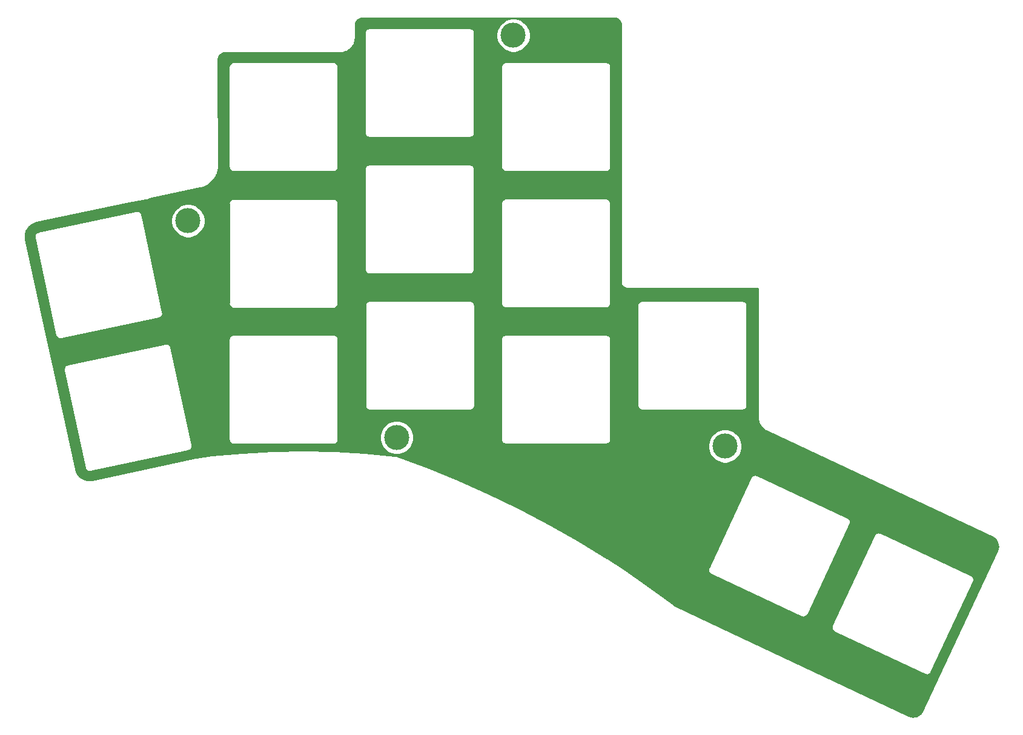
<source format=gtl>
G04 #@! TF.GenerationSoftware,KiCad,Pcbnew,(5.1.5-0-10_14)*
G04 #@! TF.CreationDate,2019-12-09T00:37:27+09:00*
G04 #@! TF.ProjectId,craftwalk-pcb_top,63726166-7477-4616-9c6b-2d7063625f74,rev?*
G04 #@! TF.SameCoordinates,Original*
G04 #@! TF.FileFunction,Copper,L1,Top*
G04 #@! TF.FilePolarity,Positive*
%FSLAX46Y46*%
G04 Gerber Fmt 4.6, Leading zero omitted, Abs format (unit mm)*
G04 Created by KiCad (PCBNEW (5.1.5-0-10_14)) date 2019-12-09 00:37:27*
%MOMM*%
%LPD*%
G04 APERTURE LIST*
%ADD10C,3.500000*%
%ADD11C,0.254000*%
G04 APERTURE END LIST*
D10*
X151282400Y-108402120D03*
X105371900Y-107195620D03*
X121691400Y-50998120D03*
X76225400Y-76906120D03*
D11*
G36*
X136034443Y-48635719D02*
G01*
X136193574Y-48689610D01*
X136339200Y-48773379D01*
X136465786Y-48883842D01*
X136568504Y-49016788D01*
X136643445Y-49167158D01*
X136688908Y-49333447D01*
X136703200Y-49502041D01*
X136703201Y-85382691D01*
X136703200Y-85382701D01*
X136703200Y-85438413D01*
X136700330Y-85460471D01*
X136703200Y-85503256D01*
X136703200Y-85513578D01*
X136705371Y-85535620D01*
X136706851Y-85557685D01*
X136708545Y-85567852D01*
X136712750Y-85610542D01*
X136714997Y-85617948D01*
X136716301Y-85633081D01*
X136732663Y-85689485D01*
X136747951Y-85746195D01*
X136759639Y-85769806D01*
X136762044Y-85779815D01*
X136782132Y-85823372D01*
X136787846Y-85837657D01*
X136795702Y-85852795D01*
X136816491Y-85897873D01*
X136825592Y-85910396D01*
X136832724Y-85924139D01*
X136863741Y-85962886D01*
X136873772Y-85976689D01*
X136884003Y-85988199D01*
X136913970Y-86025635D01*
X136926243Y-86035960D01*
X136937921Y-86048857D01*
X136957488Y-86070870D01*
X136959730Y-86072942D01*
X136983642Y-86099349D01*
X137007353Y-86116951D01*
X137029045Y-86136997D01*
X137059428Y-86155609D01*
X137061874Y-86157425D01*
X137087093Y-86172557D01*
X137113565Y-86188773D01*
X137136160Y-86205712D01*
X137166938Y-86220464D01*
X137168272Y-86221264D01*
X137196237Y-86234506D01*
X137224023Y-86247824D01*
X137225479Y-86248353D01*
X137256331Y-86262963D01*
X137286423Y-86270515D01*
X137288296Y-86271196D01*
X137296455Y-86274839D01*
X137318759Y-86282274D01*
X137340837Y-86290302D01*
X137349488Y-86292516D01*
X137372666Y-86300242D01*
X137417991Y-86317890D01*
X137466196Y-86326410D01*
X137513933Y-86337265D01*
X137562550Y-86338589D01*
X137605214Y-86341870D01*
X137630318Y-86344350D01*
X137637473Y-86344352D01*
X137644623Y-86344902D01*
X137669898Y-86344361D01*
X155824381Y-86349415D01*
X155829410Y-104370723D01*
X155831505Y-104391936D01*
X155843602Y-104578118D01*
X155851538Y-104626486D01*
X155857203Y-104675193D01*
X155859219Y-104684185D01*
X155926303Y-104973954D01*
X155945420Y-105030643D01*
X155963739Y-105087582D01*
X155967463Y-105096011D01*
X156089553Y-105367232D01*
X156119303Y-105419105D01*
X156148346Y-105471424D01*
X156153636Y-105478969D01*
X156326081Y-105721309D01*
X156365343Y-105766418D01*
X156403991Y-105812097D01*
X156410647Y-105818471D01*
X156626878Y-106022701D01*
X156674162Y-106059332D01*
X156720940Y-106096628D01*
X156728707Y-106101588D01*
X156932619Y-106229825D01*
X156938896Y-106235469D01*
X157022665Y-106285228D01*
X188598106Y-121066516D01*
X188839627Y-121207213D01*
X189048136Y-121391185D01*
X189216945Y-121612160D01*
X189339612Y-121861702D01*
X189411477Y-122130331D01*
X189429796Y-122407794D01*
X189393874Y-122683529D01*
X189295889Y-122974302D01*
X189291860Y-122982999D01*
X178890472Y-145307933D01*
X178732063Y-145581820D01*
X178546904Y-145792998D01*
X178324255Y-145964188D01*
X178072591Y-146088875D01*
X177801512Y-146162303D01*
X177521324Y-146181679D01*
X177242709Y-146146265D01*
X176948519Y-146048150D01*
X150833389Y-133739940D01*
X166143077Y-133739940D01*
X166150164Y-133869753D01*
X166182441Y-133995692D01*
X166238667Y-134112914D01*
X166316682Y-134216913D01*
X166413486Y-134303695D01*
X166497329Y-134353329D01*
X166497333Y-134353331D01*
X166525361Y-134369923D01*
X166556088Y-134380729D01*
X179185648Y-140269990D01*
X179213670Y-140286578D01*
X179244390Y-140297381D01*
X179244400Y-140297386D01*
X179336316Y-140329709D01*
X179465019Y-140348083D01*
X179465020Y-140348083D01*
X179529926Y-140344540D01*
X179594834Y-140340996D01*
X179720772Y-140308719D01*
X179837994Y-140252493D01*
X179941993Y-140174479D01*
X180028775Y-140077674D01*
X180095004Y-139965799D01*
X180105812Y-139935065D01*
X185995067Y-127305518D01*
X186011659Y-127277490D01*
X186034595Y-127212270D01*
X186054789Y-127154844D01*
X186073163Y-127026141D01*
X186070344Y-126974495D01*
X186066076Y-126896326D01*
X186033799Y-126770387D01*
X185977573Y-126653166D01*
X185899559Y-126549166D01*
X185802755Y-126462384D01*
X185718911Y-126412750D01*
X185718905Y-126412747D01*
X185690879Y-126396156D01*
X185660154Y-126385351D01*
X173030602Y-120496095D01*
X173002570Y-120479501D01*
X172879924Y-120436371D01*
X172751220Y-120417997D01*
X172621406Y-120425084D01*
X172495467Y-120457361D01*
X172378246Y-120513587D01*
X172274246Y-120591601D01*
X172187464Y-120688405D01*
X172137830Y-120772249D01*
X172137825Y-120772260D01*
X172121237Y-120800281D01*
X172110434Y-120830999D01*
X166221173Y-133460564D01*
X166204582Y-133488590D01*
X166193777Y-133519314D01*
X166193774Y-133519321D01*
X166161451Y-133611236D01*
X166143077Y-133739940D01*
X150833389Y-133739940D01*
X144598558Y-130801429D01*
X144297439Y-130634318D01*
X144203635Y-130564054D01*
X144203497Y-130563970D01*
X144202373Y-130563111D01*
X142567472Y-129344575D01*
X142566694Y-129344015D01*
X142554761Y-129335334D01*
X138739896Y-126630863D01*
X138737510Y-126629230D01*
X138735183Y-126627553D01*
X138721835Y-126618504D01*
X137304988Y-125683060D01*
X148881237Y-125683060D01*
X148888324Y-125812873D01*
X148920601Y-125938812D01*
X148976827Y-126056034D01*
X149054842Y-126160033D01*
X149151646Y-126246815D01*
X149235489Y-126296449D01*
X149235493Y-126296451D01*
X149263521Y-126313043D01*
X149294248Y-126323849D01*
X161923808Y-132213110D01*
X161951830Y-132229698D01*
X161982550Y-132240501D01*
X161982560Y-132240506D01*
X162074476Y-132272829D01*
X162203179Y-132291203D01*
X162203180Y-132291203D01*
X162268087Y-132287659D01*
X162332994Y-132284116D01*
X162458932Y-132251839D01*
X162576154Y-132195613D01*
X162680153Y-132117599D01*
X162766935Y-132020794D01*
X162833164Y-131908919D01*
X162843972Y-131878185D01*
X168733227Y-119248638D01*
X168749819Y-119220610D01*
X168761915Y-119186215D01*
X168792949Y-119097964D01*
X168811323Y-118969261D01*
X168804236Y-118839446D01*
X168771959Y-118713508D01*
X168715733Y-118596286D01*
X168679647Y-118548180D01*
X168637719Y-118492286D01*
X168540915Y-118405504D01*
X168457071Y-118355870D01*
X168457065Y-118355867D01*
X168429039Y-118339276D01*
X168398314Y-118328471D01*
X155768762Y-112439215D01*
X155740730Y-112422621D01*
X155654594Y-112392330D01*
X155618084Y-112379491D01*
X155489380Y-112361117D01*
X155359566Y-112368204D01*
X155233627Y-112400481D01*
X155116406Y-112456707D01*
X155012406Y-112534721D01*
X154925624Y-112631525D01*
X154875990Y-112715369D01*
X154875985Y-112715380D01*
X154859397Y-112743401D01*
X154848594Y-112774119D01*
X148959333Y-125403684D01*
X148942742Y-125431710D01*
X148931937Y-125462434D01*
X148931934Y-125462441D01*
X148899611Y-125554356D01*
X148881237Y-125683060D01*
X137304988Y-125683060D01*
X134819401Y-124042003D01*
X134816977Y-124040460D01*
X134814580Y-124038850D01*
X134800940Y-124030249D01*
X130815225Y-121584550D01*
X130812756Y-121583091D01*
X130810303Y-121581559D01*
X130796385Y-121573415D01*
X126731776Y-119261207D01*
X126729249Y-119259825D01*
X126726757Y-119258381D01*
X126712576Y-119250702D01*
X122573539Y-117074529D01*
X122570977Y-117073236D01*
X122568430Y-117071871D01*
X122554002Y-117064667D01*
X118345089Y-115026921D01*
X118342469Y-115025706D01*
X118339894Y-115024434D01*
X118325235Y-115017712D01*
X114051075Y-113120633D01*
X114048450Y-113119520D01*
X114045801Y-113118319D01*
X114030927Y-113112087D01*
X109696218Y-111357762D01*
X109693512Y-111356719D01*
X109690869Y-111355625D01*
X109675798Y-111349889D01*
X105285308Y-109740246D01*
X105279788Y-109738326D01*
X105274864Y-109736517D01*
X105270007Y-109734923D01*
X105264638Y-109733055D01*
X105258437Y-109731125D01*
X105252976Y-109729333D01*
X105248578Y-109728058D01*
X105243740Y-109726552D01*
X105236855Y-109724658D01*
X105230850Y-109722916D01*
X105226908Y-109721920D01*
X105222639Y-109720746D01*
X105215072Y-109718932D01*
X105208514Y-109717276D01*
X105205037Y-109716526D01*
X105201357Y-109715644D01*
X105193024Y-109713936D01*
X105185995Y-109712420D01*
X105183069Y-109711895D01*
X105179918Y-109711249D01*
X105170737Y-109709682D01*
X105163319Y-109708351D01*
X105160916Y-109708006D01*
X105158344Y-109707567D01*
X105148237Y-109706185D01*
X105140517Y-109705077D01*
X105138653Y-109704875D01*
X105136660Y-109704603D01*
X105125440Y-109703447D01*
X105117613Y-109702600D01*
X100914386Y-109322203D01*
X100900885Y-109321219D01*
X100891500Y-109320533D01*
X96644091Y-109084618D01*
X96644088Y-109084618D01*
X96621067Y-109083742D01*
X92368008Y-108996202D01*
X92344971Y-108996130D01*
X92344969Y-108996130D01*
X88091448Y-109057074D01*
X88068422Y-109057806D01*
X83819617Y-109267159D01*
X83796631Y-109268694D01*
X79563297Y-109625730D01*
X79536600Y-109627523D01*
X77339048Y-109993998D01*
X77324579Y-109995612D01*
X77307080Y-109999329D01*
X77289449Y-110002269D01*
X77275402Y-110006057D01*
X62788703Y-113082998D01*
X62386096Y-113123254D01*
X62011713Y-113087270D01*
X61651444Y-112979251D01*
X61319018Y-112803315D01*
X61027098Y-112566162D01*
X60786802Y-112276825D01*
X60607279Y-111946322D01*
X60485575Y-111555813D01*
X57455804Y-97618869D01*
X58831889Y-97618869D01*
X58846325Y-97748074D01*
X58856188Y-97779120D01*
X61753473Y-111409780D01*
X61757089Y-111442140D01*
X61766948Y-111473171D01*
X61766951Y-111473187D01*
X61796453Y-111566047D01*
X61859234Y-111679891D01*
X61943019Y-111779301D01*
X62044588Y-111860455D01*
X62160038Y-111920235D01*
X62284931Y-111956342D01*
X62414469Y-111967391D01*
X62543674Y-111952955D01*
X62574722Y-111943091D01*
X76205380Y-109045807D01*
X76237740Y-109042191D01*
X76268774Y-109032332D01*
X76268787Y-109032329D01*
X76361647Y-109002827D01*
X76475491Y-108940046D01*
X76574901Y-108856261D01*
X76656055Y-108754692D01*
X76715835Y-108639242D01*
X76751942Y-108514349D01*
X76762991Y-108384811D01*
X76748555Y-108255606D01*
X76738691Y-108224558D01*
X73841408Y-94593910D01*
X73837791Y-94561540D01*
X73798427Y-94437634D01*
X73735645Y-94323789D01*
X73651861Y-94224379D01*
X73550291Y-94143225D01*
X73434842Y-94083445D01*
X73309948Y-94047338D01*
X73180411Y-94036289D01*
X73180410Y-94036289D01*
X73135340Y-94041325D01*
X73051206Y-94050725D01*
X73020160Y-94060588D01*
X59389510Y-96957872D01*
X59357140Y-96961489D01*
X59326099Y-96971351D01*
X59326093Y-96971352D01*
X59233234Y-97000854D01*
X59119389Y-97063635D01*
X59019979Y-97147420D01*
X58938825Y-97248989D01*
X58879045Y-97364439D01*
X58842938Y-97489332D01*
X58831889Y-97618869D01*
X57455804Y-97618869D01*
X56552102Y-93461840D01*
X81891887Y-93461840D01*
X81895081Y-93494269D01*
X81895080Y-107429421D01*
X81891887Y-107461840D01*
X81904630Y-107591223D01*
X81942370Y-107715633D01*
X82003655Y-107830290D01*
X82009401Y-107837291D01*
X82086132Y-107930788D01*
X82186630Y-108013265D01*
X82301287Y-108074550D01*
X82425697Y-108112290D01*
X82555080Y-108125033D01*
X82587499Y-108121840D01*
X96522661Y-108121840D01*
X96555080Y-108125033D01*
X96587499Y-108121840D01*
X96684463Y-108112290D01*
X96808873Y-108074550D01*
X96923530Y-108013265D01*
X97024028Y-107930788D01*
X97106505Y-107830290D01*
X97167790Y-107715633D01*
X97205530Y-107591223D01*
X97218273Y-107461840D01*
X97215080Y-107429421D01*
X97215080Y-106960718D01*
X102986900Y-106960718D01*
X102986900Y-107430522D01*
X103078554Y-107891299D01*
X103258340Y-108325341D01*
X103519350Y-108715969D01*
X103851551Y-109048170D01*
X104242179Y-109309180D01*
X104676221Y-109488966D01*
X105136998Y-109580620D01*
X105606802Y-109580620D01*
X106067579Y-109488966D01*
X106501621Y-109309180D01*
X106892249Y-109048170D01*
X107224450Y-108715969D01*
X107485460Y-108325341D01*
X107550956Y-108167218D01*
X148897400Y-108167218D01*
X148897400Y-108637022D01*
X148989054Y-109097799D01*
X149168840Y-109531841D01*
X149429850Y-109922469D01*
X149762051Y-110254670D01*
X150152679Y-110515680D01*
X150586721Y-110695466D01*
X151047498Y-110787120D01*
X151517302Y-110787120D01*
X151978079Y-110695466D01*
X152412121Y-110515680D01*
X152802749Y-110254670D01*
X153134950Y-109922469D01*
X153395960Y-109531841D01*
X153575746Y-109097799D01*
X153667400Y-108637022D01*
X153667400Y-108167218D01*
X153575746Y-107706441D01*
X153395960Y-107272399D01*
X153134950Y-106881771D01*
X152802749Y-106549570D01*
X152412121Y-106288560D01*
X151978079Y-106108774D01*
X151517302Y-106017120D01*
X151047498Y-106017120D01*
X150586721Y-106108774D01*
X150152679Y-106288560D01*
X149762051Y-106549570D01*
X149429850Y-106881771D01*
X149168840Y-107272399D01*
X148989054Y-107706441D01*
X148897400Y-108167218D01*
X107550956Y-108167218D01*
X107665246Y-107891299D01*
X107756900Y-107430522D01*
X107756900Y-106960718D01*
X107665246Y-106499941D01*
X107485460Y-106065899D01*
X107224450Y-105675271D01*
X106892249Y-105343070D01*
X106501621Y-105082060D01*
X106067579Y-104902274D01*
X105606802Y-104810620D01*
X105136998Y-104810620D01*
X104676221Y-104902274D01*
X104242179Y-105082060D01*
X103851551Y-105343070D01*
X103519350Y-105675271D01*
X103258340Y-106065899D01*
X103078554Y-106499941D01*
X102986900Y-106960718D01*
X97215080Y-106960718D01*
X97215080Y-93494259D01*
X97218273Y-93461840D01*
X97205530Y-93332457D01*
X97167790Y-93208047D01*
X97106505Y-93093390D01*
X97024028Y-92992892D01*
X96923530Y-92910415D01*
X96808873Y-92849130D01*
X96684463Y-92811390D01*
X96587499Y-92801840D01*
X96555080Y-92798647D01*
X96522661Y-92801840D01*
X82587499Y-92801840D01*
X82555080Y-92798647D01*
X82522661Y-92801840D01*
X82425697Y-92811390D01*
X82301287Y-92849130D01*
X82186630Y-92910415D01*
X82086132Y-92992892D01*
X82003655Y-93093390D01*
X81942370Y-93208047D01*
X81904630Y-93332457D01*
X81891887Y-93461840D01*
X56552102Y-93461840D01*
X53510365Y-79469853D01*
X53470564Y-79071789D01*
X54752649Y-79071789D01*
X54767085Y-79200994D01*
X54776948Y-79232040D01*
X57674233Y-92862700D01*
X57677849Y-92895060D01*
X57687708Y-92926091D01*
X57687711Y-92926107D01*
X57717213Y-93018967D01*
X57779994Y-93132811D01*
X57863779Y-93232221D01*
X57965348Y-93313375D01*
X58080798Y-93373155D01*
X58205691Y-93409262D01*
X58335229Y-93420311D01*
X58464434Y-93405875D01*
X58495482Y-93396011D01*
X72126140Y-90498727D01*
X72158500Y-90495111D01*
X72189534Y-90485252D01*
X72189547Y-90485249D01*
X72282407Y-90455747D01*
X72396251Y-90392966D01*
X72495661Y-90309181D01*
X72576815Y-90207612D01*
X72636595Y-90092162D01*
X72672702Y-89967269D01*
X72683751Y-89837731D01*
X72669315Y-89708526D01*
X72659451Y-89677478D01*
X69894886Y-76671218D01*
X73840400Y-76671218D01*
X73840400Y-77141022D01*
X73932054Y-77601799D01*
X74111840Y-78035841D01*
X74372850Y-78426469D01*
X74705051Y-78758670D01*
X75095679Y-79019680D01*
X75529721Y-79199466D01*
X75990498Y-79291120D01*
X76460302Y-79291120D01*
X76921079Y-79199466D01*
X77355121Y-79019680D01*
X77745749Y-78758670D01*
X78077950Y-78426469D01*
X78338960Y-78035841D01*
X78518746Y-77601799D01*
X78610400Y-77141022D01*
X78610400Y-76671218D01*
X78518746Y-76210441D01*
X78338960Y-75776399D01*
X78077950Y-75385771D01*
X77745749Y-75053570D01*
X77355121Y-74792560D01*
X76921079Y-74612774D01*
X76460302Y-74521120D01*
X75990498Y-74521120D01*
X75529721Y-74612774D01*
X75095679Y-74792560D01*
X74705051Y-75053570D01*
X74372850Y-75385771D01*
X74111840Y-75776399D01*
X73932054Y-76210441D01*
X73840400Y-76671218D01*
X69894886Y-76671218D01*
X69762168Y-76046830D01*
X69758551Y-76014460D01*
X69747915Y-75980979D01*
X69727620Y-75917100D01*
X69719187Y-75890554D01*
X69656405Y-75776709D01*
X69572621Y-75677299D01*
X69471051Y-75596145D01*
X69355602Y-75536365D01*
X69230708Y-75500258D01*
X69101171Y-75489209D01*
X69101170Y-75489209D01*
X69056100Y-75494245D01*
X68971966Y-75503645D01*
X68940920Y-75513508D01*
X55310270Y-78410792D01*
X55277900Y-78414409D01*
X55246859Y-78424271D01*
X55246853Y-78424272D01*
X55153994Y-78453774D01*
X55040149Y-78516555D01*
X54940739Y-78600340D01*
X54859585Y-78701909D01*
X54799805Y-78817359D01*
X54763698Y-78942252D01*
X54752649Y-79071789D01*
X53470564Y-79071789D01*
X53470266Y-79068818D01*
X53506250Y-78694437D01*
X53614269Y-78334166D01*
X53790205Y-78001740D01*
X54027356Y-77709822D01*
X54316694Y-77469524D01*
X54647198Y-77290001D01*
X55036913Y-77168544D01*
X67966215Y-74457560D01*
X81896967Y-74457560D01*
X81900161Y-74489989D01*
X81900160Y-88425141D01*
X81896967Y-88457560D01*
X81909710Y-88586943D01*
X81947450Y-88711353D01*
X82008735Y-88826010D01*
X82070367Y-88901108D01*
X82091212Y-88926508D01*
X82191710Y-89008985D01*
X82306367Y-89070270D01*
X82430777Y-89108010D01*
X82560160Y-89120753D01*
X82592579Y-89117560D01*
X96527741Y-89117560D01*
X96560160Y-89120753D01*
X96592579Y-89117560D01*
X96689543Y-89108010D01*
X96813953Y-89070270D01*
X96928610Y-89008985D01*
X97029108Y-88926508D01*
X97111585Y-88826010D01*
X97172502Y-88712040D01*
X100957127Y-88712040D01*
X100960321Y-88744469D01*
X100960320Y-102679621D01*
X100957127Y-102712040D01*
X100969870Y-102841423D01*
X101007610Y-102965833D01*
X101068895Y-103080490D01*
X101147203Y-103175908D01*
X101151372Y-103180988D01*
X101251870Y-103263465D01*
X101366527Y-103324750D01*
X101490937Y-103362490D01*
X101620320Y-103375233D01*
X101652739Y-103372040D01*
X115587901Y-103372040D01*
X115620320Y-103375233D01*
X115652739Y-103372040D01*
X115671899Y-103370153D01*
X115749703Y-103362490D01*
X115874113Y-103324750D01*
X115988770Y-103263465D01*
X116089268Y-103180988D01*
X116171745Y-103080490D01*
X116233030Y-102965833D01*
X116270770Y-102841423D01*
X116280320Y-102744459D01*
X116280320Y-102744458D01*
X116283513Y-102712040D01*
X116280320Y-102679621D01*
X116280320Y-93451680D01*
X119966487Y-93451680D01*
X119969681Y-93484109D01*
X119969680Y-107419261D01*
X119966487Y-107451680D01*
X119979230Y-107581063D01*
X120016970Y-107705473D01*
X120078255Y-107820130D01*
X120092339Y-107837291D01*
X120160732Y-107920628D01*
X120261230Y-108003105D01*
X120375887Y-108064390D01*
X120500297Y-108102130D01*
X120629680Y-108114873D01*
X120662099Y-108111680D01*
X134597261Y-108111680D01*
X134629680Y-108114873D01*
X134662099Y-108111680D01*
X134759063Y-108102130D01*
X134883473Y-108064390D01*
X134998130Y-108003105D01*
X135098628Y-107920628D01*
X135181105Y-107820130D01*
X135242390Y-107705473D01*
X135280130Y-107581063D01*
X135292873Y-107451680D01*
X135289680Y-107419261D01*
X135289680Y-93484099D01*
X135292873Y-93451680D01*
X135280130Y-93322297D01*
X135242390Y-93197887D01*
X135181105Y-93083230D01*
X135098628Y-92982732D01*
X134998130Y-92900255D01*
X134883473Y-92838970D01*
X134759063Y-92801230D01*
X134662099Y-92791680D01*
X134629680Y-92788487D01*
X134597261Y-92791680D01*
X120662099Y-92791680D01*
X120629680Y-92788487D01*
X120597261Y-92791680D01*
X120500297Y-92801230D01*
X120375887Y-92838970D01*
X120261230Y-92900255D01*
X120160732Y-92982732D01*
X120078255Y-93083230D01*
X120016970Y-93197887D01*
X119979230Y-93322297D01*
X119966487Y-93451680D01*
X116280320Y-93451680D01*
X116280320Y-88744459D01*
X116283513Y-88712040D01*
X116270770Y-88582657D01*
X116233030Y-88458247D01*
X116171745Y-88343590D01*
X116089268Y-88243092D01*
X115988770Y-88160615D01*
X115874113Y-88099330D01*
X115749703Y-88061590D01*
X115652739Y-88052040D01*
X115620320Y-88048847D01*
X115587901Y-88052040D01*
X101652739Y-88052040D01*
X101620320Y-88048847D01*
X101587901Y-88052040D01*
X101490937Y-88061590D01*
X101366527Y-88099330D01*
X101251870Y-88160615D01*
X101151372Y-88243092D01*
X101068895Y-88343590D01*
X101007610Y-88458247D01*
X100969870Y-88582657D01*
X100957127Y-88712040D01*
X97172502Y-88712040D01*
X97172870Y-88711353D01*
X97210610Y-88586943D01*
X97223353Y-88457560D01*
X97220160Y-88425141D01*
X97220160Y-74489979D01*
X97223353Y-74457560D01*
X97210610Y-74328177D01*
X97172870Y-74203767D01*
X97111585Y-74089110D01*
X97029108Y-73988612D01*
X96928610Y-73906135D01*
X96813953Y-73844850D01*
X96689543Y-73807110D01*
X96592579Y-73797560D01*
X96560160Y-73794367D01*
X96527741Y-73797560D01*
X82592579Y-73797560D01*
X82560160Y-73794367D01*
X82527741Y-73797560D01*
X82430777Y-73807110D01*
X82306367Y-73844850D01*
X82191710Y-73906135D01*
X82091212Y-73988612D01*
X82008735Y-74089110D01*
X81947450Y-74203767D01*
X81909710Y-74328177D01*
X81896967Y-74457560D01*
X67966215Y-74457560D01*
X70742550Y-73875425D01*
X70743989Y-73875262D01*
X70774050Y-73868820D01*
X70804570Y-73862421D01*
X70805971Y-73861980D01*
X77919388Y-72337677D01*
X77922767Y-72336597D01*
X78018081Y-72315100D01*
X78052001Y-72303875D01*
X78086766Y-72295651D01*
X78095463Y-72292604D01*
X78571381Y-72122107D01*
X78625446Y-72096539D01*
X78679887Y-72071718D01*
X78687826Y-72067039D01*
X79121567Y-71807349D01*
X79169666Y-71771745D01*
X79218218Y-71736844D01*
X79225092Y-71730716D01*
X79225098Y-71730712D01*
X79225103Y-71730707D01*
X79600136Y-71391721D01*
X79640383Y-71347474D01*
X79681251Y-71303787D01*
X79686808Y-71296436D01*
X79988861Y-70891056D01*
X80019746Y-70839837D01*
X80051354Y-70789038D01*
X80055378Y-70780747D01*
X80272938Y-70324418D01*
X80293288Y-70268171D01*
X80314424Y-70212208D01*
X80316760Y-70203294D01*
X80437950Y-69727502D01*
X80452543Y-69679225D01*
X80461996Y-69582251D01*
X80447862Y-55377080D01*
X81886807Y-55377080D01*
X81890001Y-55409509D01*
X81890000Y-69344661D01*
X81886807Y-69377080D01*
X81899550Y-69506463D01*
X81937290Y-69630873D01*
X81998575Y-69745530D01*
X82078304Y-69842680D01*
X82081052Y-69846028D01*
X82181550Y-69928505D01*
X82296207Y-69989790D01*
X82420617Y-70027530D01*
X82550000Y-70040273D01*
X82582419Y-70037080D01*
X96517581Y-70037080D01*
X96550000Y-70040273D01*
X96582419Y-70037080D01*
X96679383Y-70027530D01*
X96803793Y-69989790D01*
X96918450Y-69928505D01*
X97018948Y-69846028D01*
X97101425Y-69745530D01*
X97140620Y-69672200D01*
X100906327Y-69672200D01*
X100909521Y-69704629D01*
X100909520Y-83639781D01*
X100906327Y-83672200D01*
X100919070Y-83801583D01*
X100956810Y-83925993D01*
X101018095Y-84040650D01*
X101100572Y-84141148D01*
X101201070Y-84223625D01*
X101315727Y-84284910D01*
X101440137Y-84322650D01*
X101569520Y-84335393D01*
X101601939Y-84332200D01*
X115537101Y-84332200D01*
X115569520Y-84335393D01*
X115601939Y-84332200D01*
X115698903Y-84322650D01*
X115823313Y-84284910D01*
X115937970Y-84223625D01*
X116038468Y-84141148D01*
X116120945Y-84040650D01*
X116182230Y-83925993D01*
X116219970Y-83801583D01*
X116232713Y-83672200D01*
X116229520Y-83639781D01*
X116229520Y-74432160D01*
X119961407Y-74432160D01*
X119964601Y-74464589D01*
X119964600Y-88399741D01*
X119961407Y-88432160D01*
X119974150Y-88561543D01*
X120011890Y-88685953D01*
X120073175Y-88800610D01*
X120106670Y-88841423D01*
X120155652Y-88901108D01*
X120256150Y-88983585D01*
X120370807Y-89044870D01*
X120495217Y-89082610D01*
X120624600Y-89095353D01*
X120657019Y-89092160D01*
X134592181Y-89092160D01*
X134624600Y-89095353D01*
X134657019Y-89092160D01*
X134753983Y-89082610D01*
X134878393Y-89044870D01*
X134993050Y-88983585D01*
X135093548Y-88901108D01*
X135176025Y-88800610D01*
X135226081Y-88706960D01*
X139031727Y-88706960D01*
X139034921Y-88739389D01*
X139034920Y-102674541D01*
X139031727Y-102706960D01*
X139044470Y-102836343D01*
X139082210Y-102960753D01*
X139143495Y-103075410D01*
X139225972Y-103175908D01*
X139326470Y-103258385D01*
X139441127Y-103319670D01*
X139565537Y-103357410D01*
X139694920Y-103370153D01*
X139727339Y-103366960D01*
X153662501Y-103366960D01*
X153694920Y-103370153D01*
X153727339Y-103366960D01*
X153824303Y-103357410D01*
X153948713Y-103319670D01*
X154063370Y-103258385D01*
X154163868Y-103175908D01*
X154246345Y-103075410D01*
X154307630Y-102960753D01*
X154345370Y-102836343D01*
X154358113Y-102706960D01*
X154354920Y-102674541D01*
X154354920Y-88739379D01*
X154358113Y-88706960D01*
X154345370Y-88577577D01*
X154307630Y-88453167D01*
X154246345Y-88338510D01*
X154163868Y-88238012D01*
X154063370Y-88155535D01*
X153948713Y-88094250D01*
X153824303Y-88056510D01*
X153727339Y-88046960D01*
X153694920Y-88043767D01*
X153662501Y-88046960D01*
X139727339Y-88046960D01*
X139694920Y-88043767D01*
X139662501Y-88046960D01*
X139565537Y-88056510D01*
X139441127Y-88094250D01*
X139326470Y-88155535D01*
X139225972Y-88238012D01*
X139143495Y-88338510D01*
X139082210Y-88453167D01*
X139044470Y-88577577D01*
X139031727Y-88706960D01*
X135226081Y-88706960D01*
X135237310Y-88685953D01*
X135275050Y-88561543D01*
X135287793Y-88432160D01*
X135284600Y-88399741D01*
X135284600Y-74464579D01*
X135287793Y-74432160D01*
X135275050Y-74302777D01*
X135237310Y-74178367D01*
X135176025Y-74063710D01*
X135093548Y-73963212D01*
X134993050Y-73880735D01*
X134878393Y-73819450D01*
X134753983Y-73781710D01*
X134657019Y-73772160D01*
X134624600Y-73768967D01*
X134592181Y-73772160D01*
X120657019Y-73772160D01*
X120624600Y-73768967D01*
X120592181Y-73772160D01*
X120495217Y-73781710D01*
X120370807Y-73819450D01*
X120256150Y-73880735D01*
X120155652Y-73963212D01*
X120073175Y-74063710D01*
X120011890Y-74178367D01*
X119974150Y-74302777D01*
X119961407Y-74432160D01*
X116229520Y-74432160D01*
X116229520Y-69704619D01*
X116232713Y-69672200D01*
X116219970Y-69542817D01*
X116182230Y-69418407D01*
X116120945Y-69303750D01*
X116038468Y-69203252D01*
X115937970Y-69120775D01*
X115823313Y-69059490D01*
X115698903Y-69021750D01*
X115601939Y-69012200D01*
X115569520Y-69009007D01*
X115537101Y-69012200D01*
X101601939Y-69012200D01*
X101569520Y-69009007D01*
X101537101Y-69012200D01*
X101440137Y-69021750D01*
X101315727Y-69059490D01*
X101201070Y-69120775D01*
X101100572Y-69203252D01*
X101018095Y-69303750D01*
X100956810Y-69418407D01*
X100919070Y-69542817D01*
X100906327Y-69672200D01*
X97140620Y-69672200D01*
X97162710Y-69630873D01*
X97200450Y-69506463D01*
X97213193Y-69377080D01*
X97210000Y-69344661D01*
X97210000Y-55409499D01*
X97213193Y-55377080D01*
X97200450Y-55247697D01*
X97162710Y-55123287D01*
X97101425Y-55008630D01*
X97018948Y-54908132D01*
X96918450Y-54825655D01*
X96803793Y-54764370D01*
X96679383Y-54726630D01*
X96582419Y-54717080D01*
X96550000Y-54713887D01*
X96517581Y-54717080D01*
X82582419Y-54717080D01*
X82550000Y-54713887D01*
X82517581Y-54717080D01*
X82420617Y-54726630D01*
X82296207Y-54764370D01*
X82181550Y-54825655D01*
X82081052Y-54908132D01*
X81998575Y-55008630D01*
X81937290Y-55123287D01*
X81899550Y-55247697D01*
X81886807Y-55377080D01*
X80447862Y-55377080D01*
X80446723Y-54233087D01*
X80477761Y-54063368D01*
X80539509Y-53907120D01*
X80630430Y-53765842D01*
X80747057Y-53644918D01*
X80884957Y-53548945D01*
X81038867Y-53481587D01*
X81215301Y-53442678D01*
X81325094Y-53436120D01*
X97466819Y-53436120D01*
X97495439Y-53433301D01*
X97504856Y-53433367D01*
X97514027Y-53432468D01*
X97809831Y-53401378D01*
X97868428Y-53389349D01*
X97927190Y-53378140D01*
X97936012Y-53375476D01*
X98220143Y-53287522D01*
X98275275Y-53264347D01*
X98330749Y-53241934D01*
X98338886Y-53237607D01*
X98600522Y-53096141D01*
X98650089Y-53062708D01*
X98700168Y-53029937D01*
X98707309Y-53024113D01*
X98936484Y-52834523D01*
X98978606Y-52792105D01*
X99021376Y-52750223D01*
X99027250Y-52743122D01*
X99215236Y-52512628D01*
X99248351Y-52462786D01*
X99282135Y-52413446D01*
X99286518Y-52405339D01*
X99426154Y-52142721D01*
X99448948Y-52087419D01*
X99472514Y-52032436D01*
X99475239Y-52023633D01*
X99561207Y-51738895D01*
X99572827Y-51680210D01*
X99585263Y-51621702D01*
X99586226Y-51612537D01*
X99615183Y-51317212D01*
X99618307Y-51286363D01*
X99620170Y-50612040D01*
X100921567Y-50612040D01*
X100924761Y-50644469D01*
X100924760Y-64579621D01*
X100921567Y-64612040D01*
X100934310Y-64741423D01*
X100972050Y-64865833D01*
X101033335Y-64980490D01*
X101115812Y-65080988D01*
X101216310Y-65163465D01*
X101330967Y-65224750D01*
X101455377Y-65262490D01*
X101584760Y-65275233D01*
X101617179Y-65272040D01*
X115552341Y-65272040D01*
X115584760Y-65275233D01*
X115617179Y-65272040D01*
X115714143Y-65262490D01*
X115838553Y-65224750D01*
X115953210Y-65163465D01*
X116053708Y-65080988D01*
X116136185Y-64980490D01*
X116197470Y-64865833D01*
X116235210Y-64741423D01*
X116247953Y-64612040D01*
X116244760Y-64579621D01*
X116244760Y-55366920D01*
X119976647Y-55366920D01*
X119979841Y-55399349D01*
X119979840Y-69334501D01*
X119976647Y-69366920D01*
X119989390Y-69496303D01*
X120027130Y-69620713D01*
X120088415Y-69735370D01*
X120145470Y-69804891D01*
X120170892Y-69835868D01*
X120271390Y-69918345D01*
X120386047Y-69979630D01*
X120510457Y-70017370D01*
X120639840Y-70030113D01*
X120672259Y-70026920D01*
X134607421Y-70026920D01*
X134639840Y-70030113D01*
X134672259Y-70026920D01*
X134769223Y-70017370D01*
X134893633Y-69979630D01*
X135008290Y-69918345D01*
X135108788Y-69835868D01*
X135191265Y-69735370D01*
X135252550Y-69620713D01*
X135290290Y-69496303D01*
X135303033Y-69366920D01*
X135299840Y-69334501D01*
X135299840Y-55399339D01*
X135303033Y-55366920D01*
X135290290Y-55237537D01*
X135252550Y-55113127D01*
X135191265Y-54998470D01*
X135108788Y-54897972D01*
X135008290Y-54815495D01*
X134893633Y-54754210D01*
X134769223Y-54716470D01*
X134672259Y-54706920D01*
X134639840Y-54703727D01*
X134607421Y-54706920D01*
X120672259Y-54706920D01*
X120639840Y-54703727D01*
X120607421Y-54706920D01*
X120510457Y-54716470D01*
X120386047Y-54754210D01*
X120271390Y-54815495D01*
X120170892Y-54897972D01*
X120088415Y-54998470D01*
X120027130Y-55113127D01*
X119989390Y-55237537D01*
X119976647Y-55366920D01*
X116244760Y-55366920D01*
X116244760Y-50763218D01*
X119306400Y-50763218D01*
X119306400Y-51233022D01*
X119398054Y-51693799D01*
X119577840Y-52127841D01*
X119838850Y-52518469D01*
X120171051Y-52850670D01*
X120561679Y-53111680D01*
X120995721Y-53291466D01*
X121456498Y-53383120D01*
X121926302Y-53383120D01*
X122387079Y-53291466D01*
X122821121Y-53111680D01*
X123211749Y-52850670D01*
X123543950Y-52518469D01*
X123804960Y-52127841D01*
X123984746Y-51693799D01*
X124076400Y-51233022D01*
X124076400Y-50763218D01*
X123984746Y-50302441D01*
X123804960Y-49868399D01*
X123543950Y-49477771D01*
X123211749Y-49145570D01*
X122821121Y-48884560D01*
X122387079Y-48704774D01*
X121926302Y-48613120D01*
X121456498Y-48613120D01*
X120995721Y-48704774D01*
X120561679Y-48884560D01*
X120171051Y-49145570D01*
X119838850Y-49477771D01*
X119577840Y-49868399D01*
X119398054Y-50302441D01*
X119306400Y-50763218D01*
X116244760Y-50763218D01*
X116244760Y-50644459D01*
X116247953Y-50612040D01*
X116235210Y-50482657D01*
X116197470Y-50358247D01*
X116136185Y-50243590D01*
X116053708Y-50143092D01*
X115953210Y-50060615D01*
X115838553Y-49999330D01*
X115714143Y-49961590D01*
X115617179Y-49952040D01*
X115584760Y-49948847D01*
X115552341Y-49952040D01*
X101617179Y-49952040D01*
X101584760Y-49948847D01*
X101552341Y-49952040D01*
X101455377Y-49961590D01*
X101330967Y-49999330D01*
X101216310Y-50060615D01*
X101115812Y-50143092D01*
X101033335Y-50243590D01*
X100972050Y-50358247D01*
X100934310Y-50482657D01*
X100921567Y-50612040D01*
X99620170Y-50612040D01*
X99623498Y-49408316D01*
X99654761Y-49237368D01*
X99716509Y-49081120D01*
X99807430Y-48939842D01*
X99924057Y-48818918D01*
X100061957Y-48722945D01*
X100215867Y-48655587D01*
X100392301Y-48616678D01*
X100502094Y-48610120D01*
X135840241Y-48610120D01*
X136034443Y-48635719D01*
G37*
X136034443Y-48635719D02*
X136193574Y-48689610D01*
X136339200Y-48773379D01*
X136465786Y-48883842D01*
X136568504Y-49016788D01*
X136643445Y-49167158D01*
X136688908Y-49333447D01*
X136703200Y-49502041D01*
X136703201Y-85382691D01*
X136703200Y-85382701D01*
X136703200Y-85438413D01*
X136700330Y-85460471D01*
X136703200Y-85503256D01*
X136703200Y-85513578D01*
X136705371Y-85535620D01*
X136706851Y-85557685D01*
X136708545Y-85567852D01*
X136712750Y-85610542D01*
X136714997Y-85617948D01*
X136716301Y-85633081D01*
X136732663Y-85689485D01*
X136747951Y-85746195D01*
X136759639Y-85769806D01*
X136762044Y-85779815D01*
X136782132Y-85823372D01*
X136787846Y-85837657D01*
X136795702Y-85852795D01*
X136816491Y-85897873D01*
X136825592Y-85910396D01*
X136832724Y-85924139D01*
X136863741Y-85962886D01*
X136873772Y-85976689D01*
X136884003Y-85988199D01*
X136913970Y-86025635D01*
X136926243Y-86035960D01*
X136937921Y-86048857D01*
X136957488Y-86070870D01*
X136959730Y-86072942D01*
X136983642Y-86099349D01*
X137007353Y-86116951D01*
X137029045Y-86136997D01*
X137059428Y-86155609D01*
X137061874Y-86157425D01*
X137087093Y-86172557D01*
X137113565Y-86188773D01*
X137136160Y-86205712D01*
X137166938Y-86220464D01*
X137168272Y-86221264D01*
X137196237Y-86234506D01*
X137224023Y-86247824D01*
X137225479Y-86248353D01*
X137256331Y-86262963D01*
X137286423Y-86270515D01*
X137288296Y-86271196D01*
X137296455Y-86274839D01*
X137318759Y-86282274D01*
X137340837Y-86290302D01*
X137349488Y-86292516D01*
X137372666Y-86300242D01*
X137417991Y-86317890D01*
X137466196Y-86326410D01*
X137513933Y-86337265D01*
X137562550Y-86338589D01*
X137605214Y-86341870D01*
X137630318Y-86344350D01*
X137637473Y-86344352D01*
X137644623Y-86344902D01*
X137669898Y-86344361D01*
X155824381Y-86349415D01*
X155829410Y-104370723D01*
X155831505Y-104391936D01*
X155843602Y-104578118D01*
X155851538Y-104626486D01*
X155857203Y-104675193D01*
X155859219Y-104684185D01*
X155926303Y-104973954D01*
X155945420Y-105030643D01*
X155963739Y-105087582D01*
X155967463Y-105096011D01*
X156089553Y-105367232D01*
X156119303Y-105419105D01*
X156148346Y-105471424D01*
X156153636Y-105478969D01*
X156326081Y-105721309D01*
X156365343Y-105766418D01*
X156403991Y-105812097D01*
X156410647Y-105818471D01*
X156626878Y-106022701D01*
X156674162Y-106059332D01*
X156720940Y-106096628D01*
X156728707Y-106101588D01*
X156932619Y-106229825D01*
X156938896Y-106235469D01*
X157022665Y-106285228D01*
X188598106Y-121066516D01*
X188839627Y-121207213D01*
X189048136Y-121391185D01*
X189216945Y-121612160D01*
X189339612Y-121861702D01*
X189411477Y-122130331D01*
X189429796Y-122407794D01*
X189393874Y-122683529D01*
X189295889Y-122974302D01*
X189291860Y-122982999D01*
X178890472Y-145307933D01*
X178732063Y-145581820D01*
X178546904Y-145792998D01*
X178324255Y-145964188D01*
X178072591Y-146088875D01*
X177801512Y-146162303D01*
X177521324Y-146181679D01*
X177242709Y-146146265D01*
X176948519Y-146048150D01*
X150833389Y-133739940D01*
X166143077Y-133739940D01*
X166150164Y-133869753D01*
X166182441Y-133995692D01*
X166238667Y-134112914D01*
X166316682Y-134216913D01*
X166413486Y-134303695D01*
X166497329Y-134353329D01*
X166497333Y-134353331D01*
X166525361Y-134369923D01*
X166556088Y-134380729D01*
X179185648Y-140269990D01*
X179213670Y-140286578D01*
X179244390Y-140297381D01*
X179244400Y-140297386D01*
X179336316Y-140329709D01*
X179465019Y-140348083D01*
X179465020Y-140348083D01*
X179529926Y-140344540D01*
X179594834Y-140340996D01*
X179720772Y-140308719D01*
X179837994Y-140252493D01*
X179941993Y-140174479D01*
X180028775Y-140077674D01*
X180095004Y-139965799D01*
X180105812Y-139935065D01*
X185995067Y-127305518D01*
X186011659Y-127277490D01*
X186034595Y-127212270D01*
X186054789Y-127154844D01*
X186073163Y-127026141D01*
X186070344Y-126974495D01*
X186066076Y-126896326D01*
X186033799Y-126770387D01*
X185977573Y-126653166D01*
X185899559Y-126549166D01*
X185802755Y-126462384D01*
X185718911Y-126412750D01*
X185718905Y-126412747D01*
X185690879Y-126396156D01*
X185660154Y-126385351D01*
X173030602Y-120496095D01*
X173002570Y-120479501D01*
X172879924Y-120436371D01*
X172751220Y-120417997D01*
X172621406Y-120425084D01*
X172495467Y-120457361D01*
X172378246Y-120513587D01*
X172274246Y-120591601D01*
X172187464Y-120688405D01*
X172137830Y-120772249D01*
X172137825Y-120772260D01*
X172121237Y-120800281D01*
X172110434Y-120830999D01*
X166221173Y-133460564D01*
X166204582Y-133488590D01*
X166193777Y-133519314D01*
X166193774Y-133519321D01*
X166161451Y-133611236D01*
X166143077Y-133739940D01*
X150833389Y-133739940D01*
X144598558Y-130801429D01*
X144297439Y-130634318D01*
X144203635Y-130564054D01*
X144203497Y-130563970D01*
X144202373Y-130563111D01*
X142567472Y-129344575D01*
X142566694Y-129344015D01*
X142554761Y-129335334D01*
X138739896Y-126630863D01*
X138737510Y-126629230D01*
X138735183Y-126627553D01*
X138721835Y-126618504D01*
X137304988Y-125683060D01*
X148881237Y-125683060D01*
X148888324Y-125812873D01*
X148920601Y-125938812D01*
X148976827Y-126056034D01*
X149054842Y-126160033D01*
X149151646Y-126246815D01*
X149235489Y-126296449D01*
X149235493Y-126296451D01*
X149263521Y-126313043D01*
X149294248Y-126323849D01*
X161923808Y-132213110D01*
X161951830Y-132229698D01*
X161982550Y-132240501D01*
X161982560Y-132240506D01*
X162074476Y-132272829D01*
X162203179Y-132291203D01*
X162203180Y-132291203D01*
X162268087Y-132287659D01*
X162332994Y-132284116D01*
X162458932Y-132251839D01*
X162576154Y-132195613D01*
X162680153Y-132117599D01*
X162766935Y-132020794D01*
X162833164Y-131908919D01*
X162843972Y-131878185D01*
X168733227Y-119248638D01*
X168749819Y-119220610D01*
X168761915Y-119186215D01*
X168792949Y-119097964D01*
X168811323Y-118969261D01*
X168804236Y-118839446D01*
X168771959Y-118713508D01*
X168715733Y-118596286D01*
X168679647Y-118548180D01*
X168637719Y-118492286D01*
X168540915Y-118405504D01*
X168457071Y-118355870D01*
X168457065Y-118355867D01*
X168429039Y-118339276D01*
X168398314Y-118328471D01*
X155768762Y-112439215D01*
X155740730Y-112422621D01*
X155654594Y-112392330D01*
X155618084Y-112379491D01*
X155489380Y-112361117D01*
X155359566Y-112368204D01*
X155233627Y-112400481D01*
X155116406Y-112456707D01*
X155012406Y-112534721D01*
X154925624Y-112631525D01*
X154875990Y-112715369D01*
X154875985Y-112715380D01*
X154859397Y-112743401D01*
X154848594Y-112774119D01*
X148959333Y-125403684D01*
X148942742Y-125431710D01*
X148931937Y-125462434D01*
X148931934Y-125462441D01*
X148899611Y-125554356D01*
X148881237Y-125683060D01*
X137304988Y-125683060D01*
X134819401Y-124042003D01*
X134816977Y-124040460D01*
X134814580Y-124038850D01*
X134800940Y-124030249D01*
X130815225Y-121584550D01*
X130812756Y-121583091D01*
X130810303Y-121581559D01*
X130796385Y-121573415D01*
X126731776Y-119261207D01*
X126729249Y-119259825D01*
X126726757Y-119258381D01*
X126712576Y-119250702D01*
X122573539Y-117074529D01*
X122570977Y-117073236D01*
X122568430Y-117071871D01*
X122554002Y-117064667D01*
X118345089Y-115026921D01*
X118342469Y-115025706D01*
X118339894Y-115024434D01*
X118325235Y-115017712D01*
X114051075Y-113120633D01*
X114048450Y-113119520D01*
X114045801Y-113118319D01*
X114030927Y-113112087D01*
X109696218Y-111357762D01*
X109693512Y-111356719D01*
X109690869Y-111355625D01*
X109675798Y-111349889D01*
X105285308Y-109740246D01*
X105279788Y-109738326D01*
X105274864Y-109736517D01*
X105270007Y-109734923D01*
X105264638Y-109733055D01*
X105258437Y-109731125D01*
X105252976Y-109729333D01*
X105248578Y-109728058D01*
X105243740Y-109726552D01*
X105236855Y-109724658D01*
X105230850Y-109722916D01*
X105226908Y-109721920D01*
X105222639Y-109720746D01*
X105215072Y-109718932D01*
X105208514Y-109717276D01*
X105205037Y-109716526D01*
X105201357Y-109715644D01*
X105193024Y-109713936D01*
X105185995Y-109712420D01*
X105183069Y-109711895D01*
X105179918Y-109711249D01*
X105170737Y-109709682D01*
X105163319Y-109708351D01*
X105160916Y-109708006D01*
X105158344Y-109707567D01*
X105148237Y-109706185D01*
X105140517Y-109705077D01*
X105138653Y-109704875D01*
X105136660Y-109704603D01*
X105125440Y-109703447D01*
X105117613Y-109702600D01*
X100914386Y-109322203D01*
X100900885Y-109321219D01*
X100891500Y-109320533D01*
X96644091Y-109084618D01*
X96644088Y-109084618D01*
X96621067Y-109083742D01*
X92368008Y-108996202D01*
X92344971Y-108996130D01*
X92344969Y-108996130D01*
X88091448Y-109057074D01*
X88068422Y-109057806D01*
X83819617Y-109267159D01*
X83796631Y-109268694D01*
X79563297Y-109625730D01*
X79536600Y-109627523D01*
X77339048Y-109993998D01*
X77324579Y-109995612D01*
X77307080Y-109999329D01*
X77289449Y-110002269D01*
X77275402Y-110006057D01*
X62788703Y-113082998D01*
X62386096Y-113123254D01*
X62011713Y-113087270D01*
X61651444Y-112979251D01*
X61319018Y-112803315D01*
X61027098Y-112566162D01*
X60786802Y-112276825D01*
X60607279Y-111946322D01*
X60485575Y-111555813D01*
X57455804Y-97618869D01*
X58831889Y-97618869D01*
X58846325Y-97748074D01*
X58856188Y-97779120D01*
X61753473Y-111409780D01*
X61757089Y-111442140D01*
X61766948Y-111473171D01*
X61766951Y-111473187D01*
X61796453Y-111566047D01*
X61859234Y-111679891D01*
X61943019Y-111779301D01*
X62044588Y-111860455D01*
X62160038Y-111920235D01*
X62284931Y-111956342D01*
X62414469Y-111967391D01*
X62543674Y-111952955D01*
X62574722Y-111943091D01*
X76205380Y-109045807D01*
X76237740Y-109042191D01*
X76268774Y-109032332D01*
X76268787Y-109032329D01*
X76361647Y-109002827D01*
X76475491Y-108940046D01*
X76574901Y-108856261D01*
X76656055Y-108754692D01*
X76715835Y-108639242D01*
X76751942Y-108514349D01*
X76762991Y-108384811D01*
X76748555Y-108255606D01*
X76738691Y-108224558D01*
X73841408Y-94593910D01*
X73837791Y-94561540D01*
X73798427Y-94437634D01*
X73735645Y-94323789D01*
X73651861Y-94224379D01*
X73550291Y-94143225D01*
X73434842Y-94083445D01*
X73309948Y-94047338D01*
X73180411Y-94036289D01*
X73180410Y-94036289D01*
X73135340Y-94041325D01*
X73051206Y-94050725D01*
X73020160Y-94060588D01*
X59389510Y-96957872D01*
X59357140Y-96961489D01*
X59326099Y-96971351D01*
X59326093Y-96971352D01*
X59233234Y-97000854D01*
X59119389Y-97063635D01*
X59019979Y-97147420D01*
X58938825Y-97248989D01*
X58879045Y-97364439D01*
X58842938Y-97489332D01*
X58831889Y-97618869D01*
X57455804Y-97618869D01*
X56552102Y-93461840D01*
X81891887Y-93461840D01*
X81895081Y-93494269D01*
X81895080Y-107429421D01*
X81891887Y-107461840D01*
X81904630Y-107591223D01*
X81942370Y-107715633D01*
X82003655Y-107830290D01*
X82009401Y-107837291D01*
X82086132Y-107930788D01*
X82186630Y-108013265D01*
X82301287Y-108074550D01*
X82425697Y-108112290D01*
X82555080Y-108125033D01*
X82587499Y-108121840D01*
X96522661Y-108121840D01*
X96555080Y-108125033D01*
X96587499Y-108121840D01*
X96684463Y-108112290D01*
X96808873Y-108074550D01*
X96923530Y-108013265D01*
X97024028Y-107930788D01*
X97106505Y-107830290D01*
X97167790Y-107715633D01*
X97205530Y-107591223D01*
X97218273Y-107461840D01*
X97215080Y-107429421D01*
X97215080Y-106960718D01*
X102986900Y-106960718D01*
X102986900Y-107430522D01*
X103078554Y-107891299D01*
X103258340Y-108325341D01*
X103519350Y-108715969D01*
X103851551Y-109048170D01*
X104242179Y-109309180D01*
X104676221Y-109488966D01*
X105136998Y-109580620D01*
X105606802Y-109580620D01*
X106067579Y-109488966D01*
X106501621Y-109309180D01*
X106892249Y-109048170D01*
X107224450Y-108715969D01*
X107485460Y-108325341D01*
X107550956Y-108167218D01*
X148897400Y-108167218D01*
X148897400Y-108637022D01*
X148989054Y-109097799D01*
X149168840Y-109531841D01*
X149429850Y-109922469D01*
X149762051Y-110254670D01*
X150152679Y-110515680D01*
X150586721Y-110695466D01*
X151047498Y-110787120D01*
X151517302Y-110787120D01*
X151978079Y-110695466D01*
X152412121Y-110515680D01*
X152802749Y-110254670D01*
X153134950Y-109922469D01*
X153395960Y-109531841D01*
X153575746Y-109097799D01*
X153667400Y-108637022D01*
X153667400Y-108167218D01*
X153575746Y-107706441D01*
X153395960Y-107272399D01*
X153134950Y-106881771D01*
X152802749Y-106549570D01*
X152412121Y-106288560D01*
X151978079Y-106108774D01*
X151517302Y-106017120D01*
X151047498Y-106017120D01*
X150586721Y-106108774D01*
X150152679Y-106288560D01*
X149762051Y-106549570D01*
X149429850Y-106881771D01*
X149168840Y-107272399D01*
X148989054Y-107706441D01*
X148897400Y-108167218D01*
X107550956Y-108167218D01*
X107665246Y-107891299D01*
X107756900Y-107430522D01*
X107756900Y-106960718D01*
X107665246Y-106499941D01*
X107485460Y-106065899D01*
X107224450Y-105675271D01*
X106892249Y-105343070D01*
X106501621Y-105082060D01*
X106067579Y-104902274D01*
X105606802Y-104810620D01*
X105136998Y-104810620D01*
X104676221Y-104902274D01*
X104242179Y-105082060D01*
X103851551Y-105343070D01*
X103519350Y-105675271D01*
X103258340Y-106065899D01*
X103078554Y-106499941D01*
X102986900Y-106960718D01*
X97215080Y-106960718D01*
X97215080Y-93494259D01*
X97218273Y-93461840D01*
X97205530Y-93332457D01*
X97167790Y-93208047D01*
X97106505Y-93093390D01*
X97024028Y-92992892D01*
X96923530Y-92910415D01*
X96808873Y-92849130D01*
X96684463Y-92811390D01*
X96587499Y-92801840D01*
X96555080Y-92798647D01*
X96522661Y-92801840D01*
X82587499Y-92801840D01*
X82555080Y-92798647D01*
X82522661Y-92801840D01*
X82425697Y-92811390D01*
X82301287Y-92849130D01*
X82186630Y-92910415D01*
X82086132Y-92992892D01*
X82003655Y-93093390D01*
X81942370Y-93208047D01*
X81904630Y-93332457D01*
X81891887Y-93461840D01*
X56552102Y-93461840D01*
X53510365Y-79469853D01*
X53470564Y-79071789D01*
X54752649Y-79071789D01*
X54767085Y-79200994D01*
X54776948Y-79232040D01*
X57674233Y-92862700D01*
X57677849Y-92895060D01*
X57687708Y-92926091D01*
X57687711Y-92926107D01*
X57717213Y-93018967D01*
X57779994Y-93132811D01*
X57863779Y-93232221D01*
X57965348Y-93313375D01*
X58080798Y-93373155D01*
X58205691Y-93409262D01*
X58335229Y-93420311D01*
X58464434Y-93405875D01*
X58495482Y-93396011D01*
X72126140Y-90498727D01*
X72158500Y-90495111D01*
X72189534Y-90485252D01*
X72189547Y-90485249D01*
X72282407Y-90455747D01*
X72396251Y-90392966D01*
X72495661Y-90309181D01*
X72576815Y-90207612D01*
X72636595Y-90092162D01*
X72672702Y-89967269D01*
X72683751Y-89837731D01*
X72669315Y-89708526D01*
X72659451Y-89677478D01*
X69894886Y-76671218D01*
X73840400Y-76671218D01*
X73840400Y-77141022D01*
X73932054Y-77601799D01*
X74111840Y-78035841D01*
X74372850Y-78426469D01*
X74705051Y-78758670D01*
X75095679Y-79019680D01*
X75529721Y-79199466D01*
X75990498Y-79291120D01*
X76460302Y-79291120D01*
X76921079Y-79199466D01*
X77355121Y-79019680D01*
X77745749Y-78758670D01*
X78077950Y-78426469D01*
X78338960Y-78035841D01*
X78518746Y-77601799D01*
X78610400Y-77141022D01*
X78610400Y-76671218D01*
X78518746Y-76210441D01*
X78338960Y-75776399D01*
X78077950Y-75385771D01*
X77745749Y-75053570D01*
X77355121Y-74792560D01*
X76921079Y-74612774D01*
X76460302Y-74521120D01*
X75990498Y-74521120D01*
X75529721Y-74612774D01*
X75095679Y-74792560D01*
X74705051Y-75053570D01*
X74372850Y-75385771D01*
X74111840Y-75776399D01*
X73932054Y-76210441D01*
X73840400Y-76671218D01*
X69894886Y-76671218D01*
X69762168Y-76046830D01*
X69758551Y-76014460D01*
X69747915Y-75980979D01*
X69727620Y-75917100D01*
X69719187Y-75890554D01*
X69656405Y-75776709D01*
X69572621Y-75677299D01*
X69471051Y-75596145D01*
X69355602Y-75536365D01*
X69230708Y-75500258D01*
X69101171Y-75489209D01*
X69101170Y-75489209D01*
X69056100Y-75494245D01*
X68971966Y-75503645D01*
X68940920Y-75513508D01*
X55310270Y-78410792D01*
X55277900Y-78414409D01*
X55246859Y-78424271D01*
X55246853Y-78424272D01*
X55153994Y-78453774D01*
X55040149Y-78516555D01*
X54940739Y-78600340D01*
X54859585Y-78701909D01*
X54799805Y-78817359D01*
X54763698Y-78942252D01*
X54752649Y-79071789D01*
X53470564Y-79071789D01*
X53470266Y-79068818D01*
X53506250Y-78694437D01*
X53614269Y-78334166D01*
X53790205Y-78001740D01*
X54027356Y-77709822D01*
X54316694Y-77469524D01*
X54647198Y-77290001D01*
X55036913Y-77168544D01*
X67966215Y-74457560D01*
X81896967Y-74457560D01*
X81900161Y-74489989D01*
X81900160Y-88425141D01*
X81896967Y-88457560D01*
X81909710Y-88586943D01*
X81947450Y-88711353D01*
X82008735Y-88826010D01*
X82070367Y-88901108D01*
X82091212Y-88926508D01*
X82191710Y-89008985D01*
X82306367Y-89070270D01*
X82430777Y-89108010D01*
X82560160Y-89120753D01*
X82592579Y-89117560D01*
X96527741Y-89117560D01*
X96560160Y-89120753D01*
X96592579Y-89117560D01*
X96689543Y-89108010D01*
X96813953Y-89070270D01*
X96928610Y-89008985D01*
X97029108Y-88926508D01*
X97111585Y-88826010D01*
X97172502Y-88712040D01*
X100957127Y-88712040D01*
X100960321Y-88744469D01*
X100960320Y-102679621D01*
X100957127Y-102712040D01*
X100969870Y-102841423D01*
X101007610Y-102965833D01*
X101068895Y-103080490D01*
X101147203Y-103175908D01*
X101151372Y-103180988D01*
X101251870Y-103263465D01*
X101366527Y-103324750D01*
X101490937Y-103362490D01*
X101620320Y-103375233D01*
X101652739Y-103372040D01*
X115587901Y-103372040D01*
X115620320Y-103375233D01*
X115652739Y-103372040D01*
X115671899Y-103370153D01*
X115749703Y-103362490D01*
X115874113Y-103324750D01*
X115988770Y-103263465D01*
X116089268Y-103180988D01*
X116171745Y-103080490D01*
X116233030Y-102965833D01*
X116270770Y-102841423D01*
X116280320Y-102744459D01*
X116280320Y-102744458D01*
X116283513Y-102712040D01*
X116280320Y-102679621D01*
X116280320Y-93451680D01*
X119966487Y-93451680D01*
X119969681Y-93484109D01*
X119969680Y-107419261D01*
X119966487Y-107451680D01*
X119979230Y-107581063D01*
X120016970Y-107705473D01*
X120078255Y-107820130D01*
X120092339Y-107837291D01*
X120160732Y-107920628D01*
X120261230Y-108003105D01*
X120375887Y-108064390D01*
X120500297Y-108102130D01*
X120629680Y-108114873D01*
X120662099Y-108111680D01*
X134597261Y-108111680D01*
X134629680Y-108114873D01*
X134662099Y-108111680D01*
X134759063Y-108102130D01*
X134883473Y-108064390D01*
X134998130Y-108003105D01*
X135098628Y-107920628D01*
X135181105Y-107820130D01*
X135242390Y-107705473D01*
X135280130Y-107581063D01*
X135292873Y-107451680D01*
X135289680Y-107419261D01*
X135289680Y-93484099D01*
X135292873Y-93451680D01*
X135280130Y-93322297D01*
X135242390Y-93197887D01*
X135181105Y-93083230D01*
X135098628Y-92982732D01*
X134998130Y-92900255D01*
X134883473Y-92838970D01*
X134759063Y-92801230D01*
X134662099Y-92791680D01*
X134629680Y-92788487D01*
X134597261Y-92791680D01*
X120662099Y-92791680D01*
X120629680Y-92788487D01*
X120597261Y-92791680D01*
X120500297Y-92801230D01*
X120375887Y-92838970D01*
X120261230Y-92900255D01*
X120160732Y-92982732D01*
X120078255Y-93083230D01*
X120016970Y-93197887D01*
X119979230Y-93322297D01*
X119966487Y-93451680D01*
X116280320Y-93451680D01*
X116280320Y-88744459D01*
X116283513Y-88712040D01*
X116270770Y-88582657D01*
X116233030Y-88458247D01*
X116171745Y-88343590D01*
X116089268Y-88243092D01*
X115988770Y-88160615D01*
X115874113Y-88099330D01*
X115749703Y-88061590D01*
X115652739Y-88052040D01*
X115620320Y-88048847D01*
X115587901Y-88052040D01*
X101652739Y-88052040D01*
X101620320Y-88048847D01*
X101587901Y-88052040D01*
X101490937Y-88061590D01*
X101366527Y-88099330D01*
X101251870Y-88160615D01*
X101151372Y-88243092D01*
X101068895Y-88343590D01*
X101007610Y-88458247D01*
X100969870Y-88582657D01*
X100957127Y-88712040D01*
X97172502Y-88712040D01*
X97172870Y-88711353D01*
X97210610Y-88586943D01*
X97223353Y-88457560D01*
X97220160Y-88425141D01*
X97220160Y-74489979D01*
X97223353Y-74457560D01*
X97210610Y-74328177D01*
X97172870Y-74203767D01*
X97111585Y-74089110D01*
X97029108Y-73988612D01*
X96928610Y-73906135D01*
X96813953Y-73844850D01*
X96689543Y-73807110D01*
X96592579Y-73797560D01*
X96560160Y-73794367D01*
X96527741Y-73797560D01*
X82592579Y-73797560D01*
X82560160Y-73794367D01*
X82527741Y-73797560D01*
X82430777Y-73807110D01*
X82306367Y-73844850D01*
X82191710Y-73906135D01*
X82091212Y-73988612D01*
X82008735Y-74089110D01*
X81947450Y-74203767D01*
X81909710Y-74328177D01*
X81896967Y-74457560D01*
X67966215Y-74457560D01*
X70742550Y-73875425D01*
X70743989Y-73875262D01*
X70774050Y-73868820D01*
X70804570Y-73862421D01*
X70805971Y-73861980D01*
X77919388Y-72337677D01*
X77922767Y-72336597D01*
X78018081Y-72315100D01*
X78052001Y-72303875D01*
X78086766Y-72295651D01*
X78095463Y-72292604D01*
X78571381Y-72122107D01*
X78625446Y-72096539D01*
X78679887Y-72071718D01*
X78687826Y-72067039D01*
X79121567Y-71807349D01*
X79169666Y-71771745D01*
X79218218Y-71736844D01*
X79225092Y-71730716D01*
X79225098Y-71730712D01*
X79225103Y-71730707D01*
X79600136Y-71391721D01*
X79640383Y-71347474D01*
X79681251Y-71303787D01*
X79686808Y-71296436D01*
X79988861Y-70891056D01*
X80019746Y-70839837D01*
X80051354Y-70789038D01*
X80055378Y-70780747D01*
X80272938Y-70324418D01*
X80293288Y-70268171D01*
X80314424Y-70212208D01*
X80316760Y-70203294D01*
X80437950Y-69727502D01*
X80452543Y-69679225D01*
X80461996Y-69582251D01*
X80447862Y-55377080D01*
X81886807Y-55377080D01*
X81890001Y-55409509D01*
X81890000Y-69344661D01*
X81886807Y-69377080D01*
X81899550Y-69506463D01*
X81937290Y-69630873D01*
X81998575Y-69745530D01*
X82078304Y-69842680D01*
X82081052Y-69846028D01*
X82181550Y-69928505D01*
X82296207Y-69989790D01*
X82420617Y-70027530D01*
X82550000Y-70040273D01*
X82582419Y-70037080D01*
X96517581Y-70037080D01*
X96550000Y-70040273D01*
X96582419Y-70037080D01*
X96679383Y-70027530D01*
X96803793Y-69989790D01*
X96918450Y-69928505D01*
X97018948Y-69846028D01*
X97101425Y-69745530D01*
X97140620Y-69672200D01*
X100906327Y-69672200D01*
X100909521Y-69704629D01*
X100909520Y-83639781D01*
X100906327Y-83672200D01*
X100919070Y-83801583D01*
X100956810Y-83925993D01*
X101018095Y-84040650D01*
X101100572Y-84141148D01*
X101201070Y-84223625D01*
X101315727Y-84284910D01*
X101440137Y-84322650D01*
X101569520Y-84335393D01*
X101601939Y-84332200D01*
X115537101Y-84332200D01*
X115569520Y-84335393D01*
X115601939Y-84332200D01*
X115698903Y-84322650D01*
X115823313Y-84284910D01*
X115937970Y-84223625D01*
X116038468Y-84141148D01*
X116120945Y-84040650D01*
X116182230Y-83925993D01*
X116219970Y-83801583D01*
X116232713Y-83672200D01*
X116229520Y-83639781D01*
X116229520Y-74432160D01*
X119961407Y-74432160D01*
X119964601Y-74464589D01*
X119964600Y-88399741D01*
X119961407Y-88432160D01*
X119974150Y-88561543D01*
X120011890Y-88685953D01*
X120073175Y-88800610D01*
X120106670Y-88841423D01*
X120155652Y-88901108D01*
X120256150Y-88983585D01*
X120370807Y-89044870D01*
X120495217Y-89082610D01*
X120624600Y-89095353D01*
X120657019Y-89092160D01*
X134592181Y-89092160D01*
X134624600Y-89095353D01*
X134657019Y-89092160D01*
X134753983Y-89082610D01*
X134878393Y-89044870D01*
X134993050Y-88983585D01*
X135093548Y-88901108D01*
X135176025Y-88800610D01*
X135226081Y-88706960D01*
X139031727Y-88706960D01*
X139034921Y-88739389D01*
X139034920Y-102674541D01*
X139031727Y-102706960D01*
X139044470Y-102836343D01*
X139082210Y-102960753D01*
X139143495Y-103075410D01*
X139225972Y-103175908D01*
X139326470Y-103258385D01*
X139441127Y-103319670D01*
X139565537Y-103357410D01*
X139694920Y-103370153D01*
X139727339Y-103366960D01*
X153662501Y-103366960D01*
X153694920Y-103370153D01*
X153727339Y-103366960D01*
X153824303Y-103357410D01*
X153948713Y-103319670D01*
X154063370Y-103258385D01*
X154163868Y-103175908D01*
X154246345Y-103075410D01*
X154307630Y-102960753D01*
X154345370Y-102836343D01*
X154358113Y-102706960D01*
X154354920Y-102674541D01*
X154354920Y-88739379D01*
X154358113Y-88706960D01*
X154345370Y-88577577D01*
X154307630Y-88453167D01*
X154246345Y-88338510D01*
X154163868Y-88238012D01*
X154063370Y-88155535D01*
X153948713Y-88094250D01*
X153824303Y-88056510D01*
X153727339Y-88046960D01*
X153694920Y-88043767D01*
X153662501Y-88046960D01*
X139727339Y-88046960D01*
X139694920Y-88043767D01*
X139662501Y-88046960D01*
X139565537Y-88056510D01*
X139441127Y-88094250D01*
X139326470Y-88155535D01*
X139225972Y-88238012D01*
X139143495Y-88338510D01*
X139082210Y-88453167D01*
X139044470Y-88577577D01*
X139031727Y-88706960D01*
X135226081Y-88706960D01*
X135237310Y-88685953D01*
X135275050Y-88561543D01*
X135287793Y-88432160D01*
X135284600Y-88399741D01*
X135284600Y-74464579D01*
X135287793Y-74432160D01*
X135275050Y-74302777D01*
X135237310Y-74178367D01*
X135176025Y-74063710D01*
X135093548Y-73963212D01*
X134993050Y-73880735D01*
X134878393Y-73819450D01*
X134753983Y-73781710D01*
X134657019Y-73772160D01*
X134624600Y-73768967D01*
X134592181Y-73772160D01*
X120657019Y-73772160D01*
X120624600Y-73768967D01*
X120592181Y-73772160D01*
X120495217Y-73781710D01*
X120370807Y-73819450D01*
X120256150Y-73880735D01*
X120155652Y-73963212D01*
X120073175Y-74063710D01*
X120011890Y-74178367D01*
X119974150Y-74302777D01*
X119961407Y-74432160D01*
X116229520Y-74432160D01*
X116229520Y-69704619D01*
X116232713Y-69672200D01*
X116219970Y-69542817D01*
X116182230Y-69418407D01*
X116120945Y-69303750D01*
X116038468Y-69203252D01*
X115937970Y-69120775D01*
X115823313Y-69059490D01*
X115698903Y-69021750D01*
X115601939Y-69012200D01*
X115569520Y-69009007D01*
X115537101Y-69012200D01*
X101601939Y-69012200D01*
X101569520Y-69009007D01*
X101537101Y-69012200D01*
X101440137Y-69021750D01*
X101315727Y-69059490D01*
X101201070Y-69120775D01*
X101100572Y-69203252D01*
X101018095Y-69303750D01*
X100956810Y-69418407D01*
X100919070Y-69542817D01*
X100906327Y-69672200D01*
X97140620Y-69672200D01*
X97162710Y-69630873D01*
X97200450Y-69506463D01*
X97213193Y-69377080D01*
X97210000Y-69344661D01*
X97210000Y-55409499D01*
X97213193Y-55377080D01*
X97200450Y-55247697D01*
X97162710Y-55123287D01*
X97101425Y-55008630D01*
X97018948Y-54908132D01*
X96918450Y-54825655D01*
X96803793Y-54764370D01*
X96679383Y-54726630D01*
X96582419Y-54717080D01*
X96550000Y-54713887D01*
X96517581Y-54717080D01*
X82582419Y-54717080D01*
X82550000Y-54713887D01*
X82517581Y-54717080D01*
X82420617Y-54726630D01*
X82296207Y-54764370D01*
X82181550Y-54825655D01*
X82081052Y-54908132D01*
X81998575Y-55008630D01*
X81937290Y-55123287D01*
X81899550Y-55247697D01*
X81886807Y-55377080D01*
X80447862Y-55377080D01*
X80446723Y-54233087D01*
X80477761Y-54063368D01*
X80539509Y-53907120D01*
X80630430Y-53765842D01*
X80747057Y-53644918D01*
X80884957Y-53548945D01*
X81038867Y-53481587D01*
X81215301Y-53442678D01*
X81325094Y-53436120D01*
X97466819Y-53436120D01*
X97495439Y-53433301D01*
X97504856Y-53433367D01*
X97514027Y-53432468D01*
X97809831Y-53401378D01*
X97868428Y-53389349D01*
X97927190Y-53378140D01*
X97936012Y-53375476D01*
X98220143Y-53287522D01*
X98275275Y-53264347D01*
X98330749Y-53241934D01*
X98338886Y-53237607D01*
X98600522Y-53096141D01*
X98650089Y-53062708D01*
X98700168Y-53029937D01*
X98707309Y-53024113D01*
X98936484Y-52834523D01*
X98978606Y-52792105D01*
X99021376Y-52750223D01*
X99027250Y-52743122D01*
X99215236Y-52512628D01*
X99248351Y-52462786D01*
X99282135Y-52413446D01*
X99286518Y-52405339D01*
X99426154Y-52142721D01*
X99448948Y-52087419D01*
X99472514Y-52032436D01*
X99475239Y-52023633D01*
X99561207Y-51738895D01*
X99572827Y-51680210D01*
X99585263Y-51621702D01*
X99586226Y-51612537D01*
X99615183Y-51317212D01*
X99618307Y-51286363D01*
X99620170Y-50612040D01*
X100921567Y-50612040D01*
X100924761Y-50644469D01*
X100924760Y-64579621D01*
X100921567Y-64612040D01*
X100934310Y-64741423D01*
X100972050Y-64865833D01*
X101033335Y-64980490D01*
X101115812Y-65080988D01*
X101216310Y-65163465D01*
X101330967Y-65224750D01*
X101455377Y-65262490D01*
X101584760Y-65275233D01*
X101617179Y-65272040D01*
X115552341Y-65272040D01*
X115584760Y-65275233D01*
X115617179Y-65272040D01*
X115714143Y-65262490D01*
X115838553Y-65224750D01*
X115953210Y-65163465D01*
X116053708Y-65080988D01*
X116136185Y-64980490D01*
X116197470Y-64865833D01*
X116235210Y-64741423D01*
X116247953Y-64612040D01*
X116244760Y-64579621D01*
X116244760Y-55366920D01*
X119976647Y-55366920D01*
X119979841Y-55399349D01*
X119979840Y-69334501D01*
X119976647Y-69366920D01*
X119989390Y-69496303D01*
X120027130Y-69620713D01*
X120088415Y-69735370D01*
X120145470Y-69804891D01*
X120170892Y-69835868D01*
X120271390Y-69918345D01*
X120386047Y-69979630D01*
X120510457Y-70017370D01*
X120639840Y-70030113D01*
X120672259Y-70026920D01*
X134607421Y-70026920D01*
X134639840Y-70030113D01*
X134672259Y-70026920D01*
X134769223Y-70017370D01*
X134893633Y-69979630D01*
X135008290Y-69918345D01*
X135108788Y-69835868D01*
X135191265Y-69735370D01*
X135252550Y-69620713D01*
X135290290Y-69496303D01*
X135303033Y-69366920D01*
X135299840Y-69334501D01*
X135299840Y-55399339D01*
X135303033Y-55366920D01*
X135290290Y-55237537D01*
X135252550Y-55113127D01*
X135191265Y-54998470D01*
X135108788Y-54897972D01*
X135008290Y-54815495D01*
X134893633Y-54754210D01*
X134769223Y-54716470D01*
X134672259Y-54706920D01*
X134639840Y-54703727D01*
X134607421Y-54706920D01*
X120672259Y-54706920D01*
X120639840Y-54703727D01*
X120607421Y-54706920D01*
X120510457Y-54716470D01*
X120386047Y-54754210D01*
X120271390Y-54815495D01*
X120170892Y-54897972D01*
X120088415Y-54998470D01*
X120027130Y-55113127D01*
X119989390Y-55237537D01*
X119976647Y-55366920D01*
X116244760Y-55366920D01*
X116244760Y-50763218D01*
X119306400Y-50763218D01*
X119306400Y-51233022D01*
X119398054Y-51693799D01*
X119577840Y-52127841D01*
X119838850Y-52518469D01*
X120171051Y-52850670D01*
X120561679Y-53111680D01*
X120995721Y-53291466D01*
X121456498Y-53383120D01*
X121926302Y-53383120D01*
X122387079Y-53291466D01*
X122821121Y-53111680D01*
X123211749Y-52850670D01*
X123543950Y-52518469D01*
X123804960Y-52127841D01*
X123984746Y-51693799D01*
X124076400Y-51233022D01*
X124076400Y-50763218D01*
X123984746Y-50302441D01*
X123804960Y-49868399D01*
X123543950Y-49477771D01*
X123211749Y-49145570D01*
X122821121Y-48884560D01*
X122387079Y-48704774D01*
X121926302Y-48613120D01*
X121456498Y-48613120D01*
X120995721Y-48704774D01*
X120561679Y-48884560D01*
X120171051Y-49145570D01*
X119838850Y-49477771D01*
X119577840Y-49868399D01*
X119398054Y-50302441D01*
X119306400Y-50763218D01*
X116244760Y-50763218D01*
X116244760Y-50644459D01*
X116247953Y-50612040D01*
X116235210Y-50482657D01*
X116197470Y-50358247D01*
X116136185Y-50243590D01*
X116053708Y-50143092D01*
X115953210Y-50060615D01*
X115838553Y-49999330D01*
X115714143Y-49961590D01*
X115617179Y-49952040D01*
X115584760Y-49948847D01*
X115552341Y-49952040D01*
X101617179Y-49952040D01*
X101584760Y-49948847D01*
X101552341Y-49952040D01*
X101455377Y-49961590D01*
X101330967Y-49999330D01*
X101216310Y-50060615D01*
X101115812Y-50143092D01*
X101033335Y-50243590D01*
X100972050Y-50358247D01*
X100934310Y-50482657D01*
X100921567Y-50612040D01*
X99620170Y-50612040D01*
X99623498Y-49408316D01*
X99654761Y-49237368D01*
X99716509Y-49081120D01*
X99807430Y-48939842D01*
X99924057Y-48818918D01*
X100061957Y-48722945D01*
X100215867Y-48655587D01*
X100392301Y-48616678D01*
X100502094Y-48610120D01*
X135840241Y-48610120D01*
X136034443Y-48635719D01*
M02*

</source>
